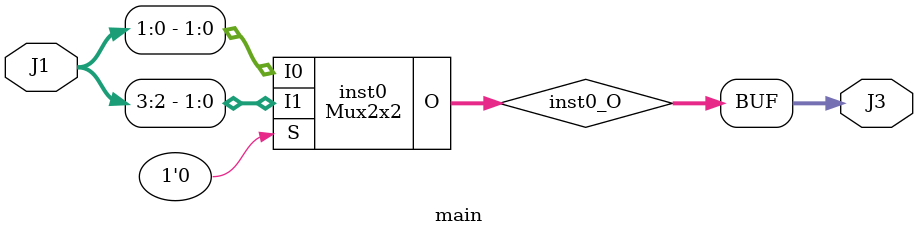
<source format=v>
module Mux2 (input [1:0] I, input  S, output  O);
wire  inst0_O;
LUT3 #(.INIT(8'hCA)) inst0 (.I0(I[0]), .I1(I[1]), .I2(S), .O(inst0_O));
assign O = inst0_O;
endmodule

module Mux2x2 (input [1:0] I0, input [1:0] I1, input  S, output [1:0] O);
wire  inst0_O;
wire  inst1_O;
Mux2 inst0 (.I({I1[0],I0[0]}), .S(S), .O(inst0_O));
Mux2 inst1 (.I({I1[1],I0[1]}), .S(S), .O(inst1_O));
assign O = {inst1_O,inst0_O};
endmodule

module main (input [3:0] J1, output [1:0] J3);
wire [1:0] inst0_O;
Mux2x2 inst0 (.I0({J1[1],J1[0]}), .I1({J1[3],J1[2]}), .S(1'b0), .O(inst0_O));
assign J3 = inst0_O;
endmodule


</source>
